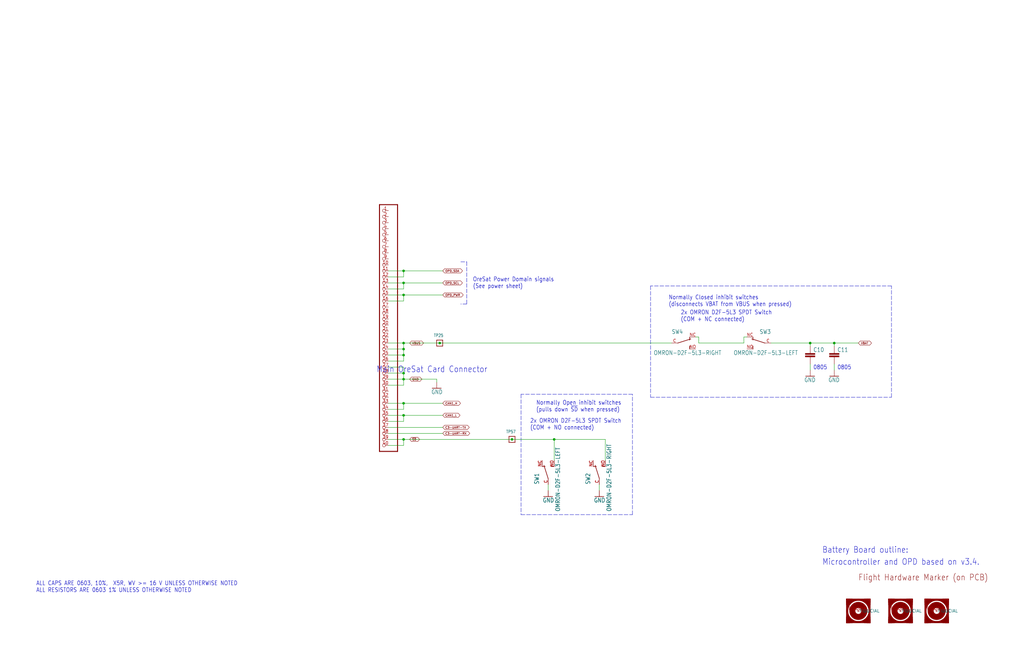
<source format=kicad_sch>
(kicad_sch (version 20211123) (generator eeschema)
  (paper "USLedger")
  (title_block (title "OreSat Battery Card") (rev "1.0"))
  (lib_symbols
    (symbol "oresat-batteries-eagle-import:C-EU0805-B-NOSILK"
      (property "Reference" "C" (at 1.524 0.381 0))
      (property "Value" "C-EU0805-B-NOSILK" (at 1.524 -4.699 0))
      (symbol "C-EU0805-B-NOSILK_1_0"
        (rectangle (start -2.032 -2.032) (end 2.032 -1.524) (fill (type outline)))
        (rectangle (start -2.032 -1.016) (end 2.032 -0.508) (fill (type outline)))
        (polyline (pts (xy 0 -2.54) (xy 0 -2.032)) (stroke (width 0.1524)))
        (polyline (pts (xy 0 0) (xy 0 -0.508)) (stroke (width 0.1524)))
        (pin passive line (at 0 2.54 270) (length 2.54) (name "1") (number "1"))
        (pin passive line (at 0 -5.08 90) (length 2.54) (name "2") (number "2"))
      )
    )
    (symbol "oresat-batteries-eagle-import:FIDUCIAL-1.0X2.0"
      (symbol "FIDUCIAL-1.0X2.0_1_0"
        (rectangle (start -5.08 -5.08) (end -3.556 -2.54) (fill (type outline)))
        (rectangle (start -5.08 -5.08) (end -2.54 -3.556) (fill (type outline)))
        (rectangle (start -5.08 2.54) (end -3.556 5.08) (fill (type outline)))
        (rectangle (start -5.08 3.556) (end -2.54 5.08) (fill (type outline)))
        (polyline (pts (xy -5.08 -5.08) (xy -5.08 5.08)) (stroke (width 0.127)))
        (polyline (pts (xy -5.08 -5.08) (xy 5.08 -5.08)) (stroke (width 0.127)))
        (polyline (pts (xy -5.08 5.08) (xy 5.08 5.08)) (stroke (width 0.127)))
        (polyline (pts (xy -4.699 2.54) (xy -4.699 -2.54)) (stroke (width 0.762)))
        (polyline (pts (xy -2.54 -4.699) (xy 2.54 -4.699)) (stroke (width 0.762)))
        (polyline (pts (xy -2.54 4.699) (xy 2.54 4.699)) (stroke (width 0.762)))
        (polyline (pts (xy 4.699 -2.54) (xy 4.699 2.54)) (stroke (width 0.762)))
        (polyline (pts (xy 5.08 5.08) (xy 5.08 -5.08)) (stroke (width 0.127)))
        (circle (center 0 0) (radius 2.54) (stroke (width 2.54)))
        (circle (center 0 0) (radius 4.699) (stroke (width 0.762)))
        (rectangle (start 2.54 -5.08) (end 5.08 -3.556) (fill (type outline)))
        (rectangle (start 2.54 3.556) (end 5.08 5.08) (fill (type outline)))
        (rectangle (start 3.556 -5.08) (end 5.08 -2.54) (fill (type outline)))
        (rectangle (start 3.556 2.54) (end 5.08 5.08) (fill (type outline)))
        (pin no_connect line (at 0 0 0) (length 0) (name "FIDUCIAL") (number "FIDUCIAL"))
      )
    )
    (symbol "oresat-batteries-eagle-import:FLIGHMARKERNEW"
      (symbol "FLIGHMARKERNEW_1_0"
        (text "Flight Hardware Marker (on PCB)" (at 0 0 0) (effects (font (size 2.54 2.159)) (justify left bottom)))
      )
    )
    (symbol "oresat-batteries-eagle-import:GND" (power)
      (property "Value" "GND" (at -2.54 -2.54 0))
      (symbol "GND_1_0"
        (polyline (pts (xy -1.905 0) (xy 1.905 0)) (stroke (width 0.254)))
        (pin power_in line (at 0 2.54 270) (length 2.54) (name "GND") (number "1"))
      )
    )
    (symbol "oresat-batteries-eagle-import:J-SAMTEC-TFM-120-X1-XXX-D-RA"
      (property "Reference" "J" (at -6.35 51.435 0))
      (property "Value" "J-SAMTEC-TFM-120-X1-XXX-D-RA" (at -6.35 -55.88 0))
      (symbol "J-SAMTEC-TFM-120-X1-XXX-D-RA_1_0"
        (polyline (pts (xy -6.35 -53.34) (xy 1.27 -53.34)) (stroke (width 0.4064)))
        (polyline (pts (xy -6.35 50.8) (xy -6.35 -53.34)) (stroke (width 0.4064)))
        (polyline (pts (xy 1.27 -53.34) (xy 1.27 50.8)) (stroke (width 0.4064)))
        (polyline (pts (xy 1.27 50.8) (xy -6.35 50.8)) (stroke (width 0.4064)))
        (pin passive inverted (at -2.54 48.26 0) (length 2.54) (name "1") (number "1"))
        (pin passive inverted (at -2.54 25.4 0) (length 2.54) (name "10") (number "10"))
        (pin passive inverted (at -2.54 22.86 0) (length 2.54) (name "11") (number "11"))
        (pin passive inverted (at -2.54 20.32 0) (length 2.54) (name "12") (number "12"))
        (pin passive inverted (at -2.54 17.78 0) (length 2.54) (name "13") (number "13"))
        (pin passive inverted (at -2.54 15.24 0) (length 2.54) (name "14") (number "14"))
        (pin passive inverted (at -2.54 12.7 0) (length 2.54) (name "15") (number "15"))
        (pin passive inverted (at -2.54 10.16 0) (length 2.54) (name "16") (number "16"))
        (pin passive inverted (at -2.54 7.62 0) (length 2.54) (name "17") (number "17"))
        (pin passive inverted (at -2.54 5.08 0) (length 2.54) (name "18") (number "18"))
        (pin passive inverted (at -2.54 2.54 0) (length 2.54) (name "19") (number "19"))
        (pin passive inverted (at -2.54 45.72 0) (length 2.54) (name "2") (number "2"))
        (pin passive inverted (at -2.54 0 0) (length 2.54) (name "20") (number "20"))
        (pin passive inverted (at -2.54 -2.54 0) (length 2.54) (name "21") (number "21"))
        (pin passive inverted (at -2.54 -5.08 0) (length 2.54) (name "22") (number "22"))
        (pin passive inverted (at -2.54 -7.62 0) (length 2.54) (name "23") (number "23"))
        (pin passive inverted (at -2.54 -10.16 0) (length 2.54) (name "24") (number "24"))
        (pin passive inverted (at -2.54 -12.7 0) (length 2.54) (name "25") (number "25"))
        (pin passive inverted (at -2.54 -15.24 0) (length 2.54) (name "26") (number "26"))
        (pin passive inverted (at -2.54 -17.78 0) (length 2.54) (name "27") (number "27"))
        (pin passive inverted (at -2.54 -20.32 0) (length 2.54) (name "28") (number "28"))
        (pin passive inverted (at -2.54 -22.86 0) (length 2.54) (name "29") (number "29"))
        (pin passive inverted (at -2.54 43.18 0) (length 2.54) (name "3") (number "3"))
        (pin passive inverted (at -2.54 -25.4 0) (length 2.54) (name "30") (number "30"))
        (pin passive inverted (at -2.54 -27.94 0) (length 2.54) (name "31") (number "31"))
        (pin passive inverted (at -2.54 -30.48 0) (length 2.54) (name "32") (number "32"))
        (pin passive inverted (at -2.54 -33.02 0) (length 2.54) (name "33") (number "33"))
        (pin passive inverted (at -2.54 -35.56 0) (length 2.54) (name "34") (number "34"))
        (pin passive inverted (at -2.54 -38.1 0) (length 2.54) (name "35") (number "35"))
        (pin passive inverted (at -2.54 -40.64 0) (length 2.54) (name "36") (number "36"))
        (pin passive inverted (at -2.54 -43.18 0) (length 2.54) (name "37") (number "37"))
        (pin passive inverted (at -2.54 -45.72 0) (length 2.54) (name "38") (number "38"))
        (pin passive inverted (at -2.54 -48.26 0) (length 2.54) (name "39") (number "39"))
        (pin passive inverted (at -2.54 40.64 0) (length 2.54) (name "4") (number "4"))
        (pin passive inverted (at -2.54 -50.8 0) (length 2.54) (name "40") (number "40"))
        (pin passive inverted (at -2.54 38.1 0) (length 2.54) (name "5") (number "5"))
        (pin passive inverted (at -2.54 35.56 0) (length 2.54) (name "6") (number "6"))
        (pin passive inverted (at -2.54 33.02 0) (length 2.54) (name "7") (number "7"))
        (pin passive inverted (at -2.54 30.48 0) (length 2.54) (name "8") (number "8"))
        (pin passive inverted (at -2.54 27.94 0) (length 2.54) (name "9") (number "9"))
      )
    )
    (symbol "oresat-batteries-eagle-import:OMRON-D2F-L3-D-LEFT"
      (property "Reference" "SW" (at -5.08 3.81 0))
      (property "Value" "OMRON-D2F-L3-D-LEFT" (at -5.08 -5.08 0))
      (symbol "OMRON-D2F-L3-D-LEFT_1_0"
        (polyline (pts (xy -2.54 0) (xy 3.048 1.778)) (stroke (width 0.254)))
        (polyline (pts (xy 2.54 -2.54) (xy 2.54 -1.27)) (stroke (width 0.254)))
        (polyline (pts (xy 2.54 2.54) (xy 2.54 1.27)) (stroke (width 0.254)))
        (pin passive line (at -5.08 0 0) (length 2.54) (name "COM") (number "C"))
        (pin passive line (at 5.08 2.54 180) (length 2.54) (name "NC") (number "NC"))
        (pin passive line (at 5.08 -2.54 180) (length 2.54) (name "NO") (number "NO"))
      )
    )
    (symbol "oresat-batteries-eagle-import:OMRON-D2F-L3-D-RIGHT"
      (property "Reference" "SW" (at -5.08 3.81 0))
      (property "Value" "OMRON-D2F-L3-D-RIGHT" (at -5.08 -5.08 0))
      (symbol "OMRON-D2F-L3-D-RIGHT_1_0"
        (polyline (pts (xy -2.54 0) (xy 3.048 1.778)) (stroke (width 0.254)))
        (polyline (pts (xy 2.54 -2.54) (xy 2.54 -1.27)) (stroke (width 0.254)))
        (polyline (pts (xy 2.54 2.54) (xy 2.54 1.27)) (stroke (width 0.254)))
        (pin passive line (at -5.08 0 0) (length 2.54) (name "COM") (number "C"))
        (pin passive line (at 5.08 2.54 180) (length 2.54) (name "NC") (number "NC"))
        (pin passive line (at 5.08 -2.54 180) (length 2.54) (name "NO") (number "NO"))
      )
    )
    (symbol "oresat-batteries-eagle-import:TEST-POINT-LARGE-SQUARE"
      (property "Reference" "TP" (at -2.54 2.54 0))
      (symbol "TEST-POINT-LARGE-SQUARE_1_0"
        (polyline (pts (xy -1.27 -1.27) (xy -1.27 1.27)) (stroke (width 0.254)))
        (polyline (pts (xy -1.27 1.27) (xy 1.27 1.27)) (stroke (width 0.254)))
        (polyline (pts (xy 1.27 -1.27) (xy -1.27 -1.27)) (stroke (width 0.254)))
        (polyline (pts (xy 1.27 1.27) (xy 1.27 -1.27)) (stroke (width 0.254)))
        (pin passive line (at 0 0 0) (length 0) (name "1") (number "1"))
      )
    )
  )
  (junction (at 170.18 157.48))
  (junction (at 351.79 144.78))
  (junction (at 170.18 114.3))
  (junction (at 341.63 144.78))
  (junction (at 170.18 160.02))
  (junction (at 233.68 185.42))
  (junction (at 215.9 185.42))
  (junction (at 170.18 119.38))
  (junction (at 170.18 170.18))
  (junction (at 185.42 144.78))
  (junction (at 170.18 144.78))
  (junction (at 170.18 175.26))
  (junction (at 170.18 149.86))
  (junction (at 170.18 147.32))
  (junction (at 170.18 124.46))
  (junction (at 170.18 185.42))
  (wire (pts (xy 163.83 157.48) (xy 170.18 157.48)))
  (polyline (pts (xy 219.71 166.37) (xy 219.71 217.17)))
  (wire (pts (xy 325.12 144.78) (xy 341.63 144.78)))
  (wire (pts (xy 170.18 116.84) (xy 170.18 114.3)))
  (wire (pts (xy 163.83 175.26) (xy 170.18 175.26)))
  (wire (pts (xy 170.18 185.42) (xy 163.83 185.42)))
  (wire (pts (xy 163.83 127) (xy 170.18 127)))
  (wire (pts (xy 170.18 177.8) (xy 170.18 175.26)))
  (wire (pts (xy 170.18 175.26) (xy 186.69 175.26)))
  (wire (pts (xy 170.18 144.78) (xy 170.18 147.32)))
  (wire (pts (xy 163.83 177.8) (xy 170.18 177.8)))
  (wire (pts (xy 170.18 144.78) (xy 185.42 144.78)))
  (wire (pts (xy 170.18 147.32) (xy 163.83 147.32)))
  (polyline (pts (xy 375.92 120.65) (xy 274.32 120.65)))
  (wire (pts (xy 170.18 149.86) (xy 170.18 147.32)))
  (wire (pts (xy 215.9 185.42) (xy 233.68 185.42)))
  (wire (pts (xy 341.63 146.05) (xy 341.63 144.78)))
  (polyline (pts (xy 274.32 120.65) (xy 274.32 167.64)))
  (wire (pts (xy 163.83 187.96) (xy 170.18 187.96)))
  (wire (pts (xy 313.69 144.78) (xy 313.69 142.24)))
  (wire (pts (xy 294.64 142.24) (xy 294.64 144.78)))
  (wire (pts (xy 186.69 114.3) (xy 170.18 114.3)))
  (wire (pts (xy 294.64 144.78) (xy 313.69 144.78)))
  (polyline (pts (xy 196.85 128.27) (xy 194.31 128.27)))
  (wire (pts (xy 170.18 157.48) (xy 170.18 160.02)))
  (wire (pts (xy 252.73 207.01) (xy 252.73 204.47)))
  (wire (pts (xy 170.18 119.38) (xy 186.69 119.38)))
  (polyline (pts (xy 196.85 110.49) (xy 196.85 128.27)))
  (polyline (pts (xy 194.31 110.49) (xy 196.85 110.49)))
  (wire (pts (xy 170.18 121.92) (xy 170.18 119.38)))
  (wire (pts (xy 170.18 124.46) (xy 163.83 124.46)))
  (wire (pts (xy 170.18 187.96) (xy 170.18 185.42)))
  (wire (pts (xy 163.83 152.4) (xy 170.18 152.4)))
  (polyline (pts (xy 375.92 167.64) (xy 375.92 120.65)))
  (wire (pts (xy 351.79 153.67) (xy 351.79 156.21)))
  (polyline (pts (xy 266.7 217.17) (xy 266.7 166.37)))
  (wire (pts (xy 185.42 144.78) (xy 283.21 144.78)))
  (wire (pts (xy 233.68 194.31) (xy 233.68 185.42)))
  (wire (pts (xy 255.27 194.31) (xy 255.27 185.42)))
  (wire (pts (xy 163.83 121.92) (xy 170.18 121.92)))
  (wire (pts (xy 313.69 142.24) (xy 314.96 142.24)))
  (wire (pts (xy 170.18 119.38) (xy 163.83 119.38)))
  (wire (pts (xy 163.83 149.86) (xy 170.18 149.86)))
  (wire (pts (xy 170.18 157.48) (xy 170.18 154.94)))
  (wire (pts (xy 184.15 160.02) (xy 184.15 161.29)))
  (wire (pts (xy 170.18 124.46) (xy 186.69 124.46)))
  (wire (pts (xy 341.63 144.78) (xy 351.79 144.78)))
  (wire (pts (xy 293.37 142.24) (xy 294.64 142.24)))
  (wire (pts (xy 170.18 170.18) (xy 186.69 170.18)))
  (wire (pts (xy 341.63 153.67) (xy 341.63 156.21)))
  (polyline (pts (xy 219.71 217.17) (xy 266.7 217.17)))
  (wire (pts (xy 351.79 146.05) (xy 351.79 144.78)))
  (wire (pts (xy 231.14 204.47) (xy 231.14 207.01)))
  (wire (pts (xy 233.68 185.42) (xy 255.27 185.42)))
  (polyline (pts (xy 266.7 166.37) (xy 219.71 166.37)))
  (wire (pts (xy 170.18 185.42) (xy 215.9 185.42)))
  (wire (pts (xy 170.18 162.56) (xy 170.18 160.02)))
  (wire (pts (xy 163.83 182.88) (xy 186.69 182.88)))
  (wire (pts (xy 163.83 180.34) (xy 186.69 180.34)))
  (wire (pts (xy 170.18 114.3) (xy 163.83 114.3)))
  (wire (pts (xy 163.83 162.56) (xy 170.18 162.56)))
  (wire (pts (xy 351.79 144.78) (xy 361.95 144.78)))
  (wire (pts (xy 163.83 154.94) (xy 170.18 154.94)))
  (wire (pts (xy 163.83 170.18) (xy 170.18 170.18)))
  (wire (pts (xy 163.83 116.84) (xy 170.18 116.84)))
  (wire (pts (xy 170.18 160.02) (xy 184.15 160.02)))
  (wire (pts (xy 163.83 144.78) (xy 170.18 144.78)))
  (polyline (pts (xy 274.32 167.64) (xy 375.92 167.64)))
  (wire (pts (xy 170.18 152.4) (xy 170.18 149.86)))
  (wire (pts (xy 163.83 172.72) (xy 170.18 172.72)))
  (wire (pts (xy 163.83 160.02) (xy 170.18 160.02)))
  (wire (pts (xy 170.18 127) (xy 170.18 124.46)))
  (wire (pts (xy 170.18 172.72) (xy 170.18 170.18)))
  (text "2x OMRON D2F-5L3 SPDT Switch\n(COM + NC connected)" (at 287.02 135.89 180) (effects (font (size 1.778 1.5113)) (justify left bottom)))
  (text "Microcontroller and OPD based on v3.4." (at 346.71 238.76 180) (effects (font (size 2.54 2.159)) (justify left bottom)))
  (text "Battery Board outline:" (at 346.71 233.68 180) (effects (font (size 2.54 2.159)) (justify left bottom)))
  (text "OreSat Power Domain signals\n(See power sheet)" (at 199.39 121.92 180) (effects (font (size 1.778 1.5113)) (justify left bottom)))
  (text "0805" (at 342.9 156.21 180) (effects (font (size 1.778 1.5113)) (justify left bottom)))
  (text "Normally Open inhibit switches\n(pulls down ~{SD} when pressed)" (at 226.06 173.99 0) (effects (font (size 1.778 1.5113)) (justify left bottom)))
  (text "Normally Closed inhibit switches\n(disconnects VBAT from VBUS when pressed)" (at 281.94 129.54 0) (effects (font (size 1.778 1.5113)) (justify left bottom)))
  (text "Main OreSat Card Connector" (at 158.75 157.48 180) (effects (font (size 2.54 2.159)) (justify left bottom)))
  (text "0805" (at 353.06 156.21 180) (effects (font (size 1.778 1.5113)) (justify left bottom)))
  (text "ALL CAPS ARE 0603, 10%,  X5R, WV >= 16 V UNLESS OTHERWISE NOTED\nALL RESISTORS ARE 0603 1% UNLESS OTHERWISE NOTED" (at 15.24 250.19 0) (effects (font (size 1.778 1.5113)) (justify left bottom)))
  (text "2x OMRON D2F-5L3 SPDT Switch\n(COM + NO connected)" (at 223.52 181.61 180) (effects (font (size 1.778 1.5113)) (justify left bottom)))
  (global_label "~{SD}" (shape bidirectional) (at 172.72 185.42 0) (effects (font (size 0.889 0.889))) (property "Intersheet References" "${INTERSHEET_REFS}" (effects hide)))
  (global_label "CAN1_L" (shape bidirectional) (at 186.69 175.26 0) (effects (font (size 0.889 0.889))) (property "Intersheet References" "${INTERSHEET_REFS}" (effects hide)))
  (global_label "VBAT" (shape bidirectional) (at 361.95 144.78 0) (effects (font (size 0.889 0.889))) (property "Intersheet References" "${INTERSHEET_REFS}" (effects hide)))
  (global_label "VBUS" (shape bidirectional) (at 172.72 144.78 0) (effects (font (size 0.889 0.889))) (property "Intersheet References" "${INTERSHEET_REFS}" (effects hide)))
  (global_label "GND" (shape bidirectional) (at 172.72 160.02 0) (effects (font (size 0.889 0.889))) (property "Intersheet References" "${INTERSHEET_REFS}" (effects hide)))
  (global_label "C3-UART-TX" (shape bidirectional) (at 186.69 180.34 0) (effects (font (size 0.889 0.889))) (property "Intersheet References" "${INTERSHEET_REFS}" (effects hide)))
  (global_label "OPD_SDA" (shape bidirectional) (at 186.69 114.3 0) (effects (font (size 0.889 0.889))) (property "Intersheet References" "${INTERSHEET_REFS}" (effects hide)))
  (global_label "CAN1_H" (shape bidirectional) (at 186.69 170.18 0) (effects (font (size 0.889 0.889))) (property "Intersheet References" "${INTERSHEET_REFS}" (effects hide)))
  (global_label "OPD_SCL" (shape bidirectional) (at 186.69 119.38 0) (effects (font (size 0.889 0.889))) (property "Intersheet References" "${INTERSHEET_REFS}" (effects hide)))
  (global_label "C3-UART-RX" (shape bidirectional) (at 186.69 182.88 0) (effects (font (size 0.889 0.889))) (property "Intersheet References" "${INTERSHEET_REFS}" (effects hide)))
  (global_label "OPD_PWR" (shape bidirectional) (at 186.69 124.46 0) (effects (font (size 0.889 0.889))) (property "Intersheet References" "${INTERSHEET_REFS}" (effects hide)))
  (symbol (lib_id "oresat-batteries-eagle-import:TEST-POINT-LARGE-SQUARE") (at 185.42 144.78 0) (unit 1)
    (property "Reference" "TP25" (at 182.88 142.24 0) (effects (font (size 1.27 1.0795)) (justify left bottom)))
    (property "Value" "TEST-POINT-LARGE-SQUARE" (effects hide))
    (property "Footprint" "oresat-footprints:TestPoint_Pad_1.0x1.0mm" (effects hide))
  )
  (symbol (lib_id "oresat-batteries-eagle-import:OMRON-D2F-L3-D-RIGHT") (at 288.29 144.78 0) (unit 1)
    (property "Reference" "SW4" (at 283.21 140.97 0) (effects (font (size 1.778 1.5113)) (justify left bottom)))
    (property "Value" "OMRON-D2F-5L3-RIGHT" (at 275.59 149.86 0) (effects (font (size 1.778 1.5113)) (justify left bottom)))
    (property "Footprint" "oresat-footprints:SW-D2F-L3-D-HORIZONTAL-R" (effects hide))
  )
  (symbol (lib_id "oresat-batteries-eagle-import:GND") (at 184.15 163.83 0) (mirror y) (unit 1)
    (property "Reference" "#GND01" (effects hide))
    (property "Value" "GND" (at 186.69 166.37 0) (effects (font (size 1.778 1.5113)) (justify left bottom)))
    (property "Footprint" "oresat-batteries:" (effects hide))
  )
  (symbol (lib_id "oresat-batteries-eagle-import:FIDUCIAL-1.0X2.0") (at 361.95 257.81 0) (unit 1)
    (property "Reference" "FIDUCIAL1" (effects hide))
    (property "Value" "FIDUCIAL-1.0X2.0" (effects hide))
    (property "Footprint" "oresat-footprints:FIDUCIAL-1.0X2.0" (effects hide))
  )
  (symbol (lib_id "oresat-batteries-eagle-import:FIDUCIAL-1.0X2.0") (at 379.73 257.81 0) (unit 1)
    (property "Reference" "FIDUCIAL2" (effects hide))
    (property "Value" "FIDUCIAL-1.0X2.0" (effects hide))
    (property "Footprint" "oresat-footprints:FIDUCIAL-1.0X2.0" (effects hide))
  )
  (symbol (lib_id "oresat-batteries-eagle-import:OMRON-D2F-L3-D-LEFT") (at 231.14 199.39 90) (unit 1)
    (property "Reference" "SW1" (at 227.33 204.47 0) (effects (font (size 1.778 1.5113)) (justify left bottom)))
    (property "Value" "OMRON-D2F-5L3-LEFT" (at 236.22 215.9 0) (effects (font (size 1.778 1.5113)) (justify left bottom)))
    (property "Footprint" "oresat-footprints:SW-D2F-L3-D-HORIZONTAL-L" (effects hide))
  )
  (symbol (lib_id "oresat-batteries-eagle-import:TEST-POINT-LARGE-SQUARE") (at 215.9 185.42 0) (unit 1)
    (property "Reference" "TP57" (at 213.36 182.88 0) (effects (font (size 1.27 1.0795)) (justify left bottom)))
    (property "Value" "TEST-POINT-LARGE-SQUARE" (effects hide))
    (property "Footprint" "oresat-footprints:TestPoint_Pad_1.0x1.0mm" (effects hide))
  )
  (symbol (lib_id "oresat-batteries-eagle-import:OMRON-D2F-L3-D-RIGHT") (at 252.73 199.39 90) (unit 1)
    (property "Reference" "SW2" (at 248.92 204.47 0) (effects (font (size 1.778 1.5113)) (justify left bottom)))
    (property "Value" "OMRON-D2F-5L3-RIGHT" (at 257.81 215.9 0) (effects (font (size 1.778 1.5113)) (justify left bottom)))
    (property "Footprint" "oresat-footprints:SW-D2F-L3-D-HORIZONTAL-R" (effects hide))
  )
  (symbol (lib_id "oresat-batteries-eagle-import:OMRON-D2F-L3-D-LEFT") (at 320.04 144.78 0) (mirror y) (unit 1)
    (property "Reference" "SW3" (at 325.12 140.97 0) (effects (font (size 1.778 1.5113)) (justify left bottom)))
    (property "Value" "OMRON-D2F-5L3-LEFT" (at 336.55 149.86 0) (effects (font (size 1.778 1.5113)) (justify left bottom)))
    (property "Footprint" "oresat-footprints:SW-D2F-L3-D-HORIZONTAL-L" (effects hide))
  )
  (symbol (lib_id "oresat-batteries-eagle-import:GND") (at 351.79 158.75 0) (unit 1)
    (property "Reference" "#GND037" (effects hide))
    (property "Value" "GND" (at 349.25 161.29 0) (effects (font (size 1.778 1.5113)) (justify left bottom)))
    (property "Footprint" "oresat-batteries:" (effects hide))
  )
  (symbol (lib_id "oresat-batteries-eagle-import:C-EU0805-B-NOSILK") (at 341.63 148.59 0) (unit 1)
    (property "Reference" "C10" (at 342.9 148.59 0) (effects (font (size 1.778 1.5113)) (justify left bottom)))
    (property "Value" "10u" (at 342.9 153.67 0) (effects (font (size 1.778 1.5113)) (justify left bottom)))
    (property "Footprint" "Capacitor_SMD:C_0805_2012Metric" (effects hide))
  )
  (symbol (lib_id "oresat-batteries-eagle-import:J-SAMTEC-TFM-120-X1-XXX-D-RA") (at 161.29 137.16 0) (mirror y) (unit 1)
    (property "Reference" "J1" (effects hide))
    (property "Value" "J-SAMTEC-TFM-120-X1-XXX-D-RA" (at 154.94 191.77 0) (effects (font (size 1.778 1.5113)) (justify right top)))
    (property "Footprint" "oresat-footprints:J-SAMTEC-TFM-120-X1-XXX-D-RA" (effects hide))
  )
  (symbol (lib_id "oresat-batteries-eagle-import:GND") (at 341.63 158.75 0) (unit 1)
    (property "Reference" "#GND036" (effects hide))
    (property "Value" "GND" (at 339.09 161.29 0) (effects (font (size 1.778 1.5113)) (justify left bottom)))
    (property "Footprint" "oresat-batteries:" (effects hide))
  )
  (symbol (lib_id "oresat-batteries-eagle-import:GND") (at 231.14 209.55 0) (mirror y) (unit 1)
    (property "Reference" "#GND072" (effects hide))
    (property "Value" "GND" (at 233.68 212.09 0) (effects (font (size 1.778 1.5113)) (justify left bottom)))
    (property "Footprint" "oresat-batteries:" (effects hide))
  )
  (symbol (lib_id "oresat-batteries-eagle-import:GND") (at 252.73 209.55 0) (mirror y) (unit 1)
    (property "Reference" "#GND073" (effects hide))
    (property "Value" "GND" (at 255.27 212.09 0) (effects (font (size 1.778 1.5113)) (justify left bottom)))
    (property "Footprint" "oresat-batteries:" (effects hide))
  )
  (symbol (lib_id "oresat-batteries-eagle-import:FLIGHMARKERNEW") (at 361.95 245.11 0) (unit 1)
    (property "Reference" "U$1" (effects hide))
    (property "Value" "FLIGHMARKERNEW" (effects hide))
    (property "Footprint" "oresat-footprints:FLIGHTMARKER_NEW_BOARDS" (effects hide))
  )
  (symbol (lib_id "oresat-batteries-eagle-import:C-EU0805-B-NOSILK") (at 351.79 148.59 0) (unit 1)
    (property "Reference" "C11" (at 353.06 148.59 0) (effects (font (size 1.778 1.5113)) (justify left bottom)))
    (property "Value" "10u" (at 353.06 153.67 0) (effects (font (size 1.778 1.5113)) (justify left bottom)))
    (property "Footprint" "Capacitor_SMD:C_0805_2012Metric" (effects hide))
  )
  (symbol (lib_id "oresat-batteries-eagle-import:FIDUCIAL-1.0X2.0") (at 394.97 257.81 0) (unit 1)
    (property "Reference" "FIDUCIAL3" (effects hide))
    (property "Value" "FIDUCIAL-1.0X2.0" (effects hide))
    (property "Footprint" "oresat-footprints:FIDUCIAL-1.0X2.0" (effects hide))
  )
)
</source>
